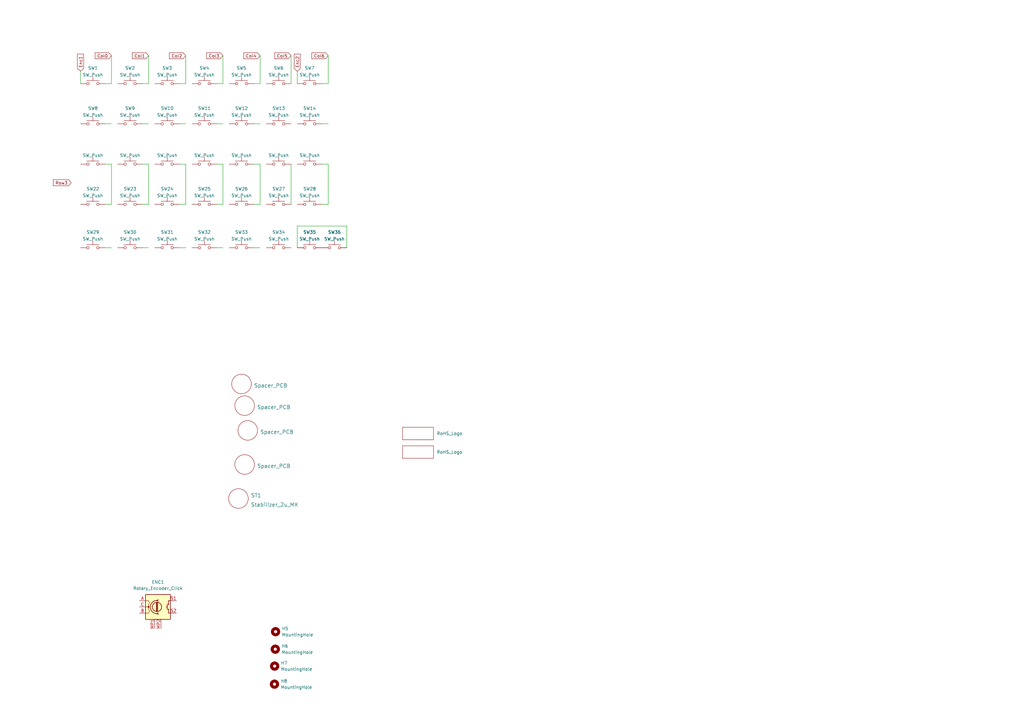
<source format=kicad_sch>
(kicad_sch (version 20250114) (generator "eeschema") (generator_version "9.0")
  (paper "A3")
  (title_block (title "RefleXion X65 - Encoder") (date "2025-06-16") (rev "v1.10") (company "Tweety's Wild Thinking") (comment 1 "Design: Markus Knutsson <markus.knutsson@tweety.se>") (comment 2 "Concept: Pedro Quaresma <pq@live.ie>") (comment 3 "https://github.com/TweetyDaBird") (comment 4 "Licensed under Creative Commons BY-SA 4.0 International"))
  (lib_symbols
    (symbol "Keyboard Switches:Rotary_Encoder_Click" (pin_names (offset 0.254) (hide yes))
      (property "Reference" "ENC" (at 0 6.604 0))
      (property "Value" "Rotary_Encoder_Click" (at 0 8.89 0))
      (symbol "Rotary_Encoder_Click_0_1"
        (rectangle (start -5.08 5.08) (end 5.08 -5.08) (stroke (width 0.254)) (fill (type background)))
        (polyline (pts (xy -5.08 2.54) (xy -3.81 2.54) (xy -3.81 2.032)))
        (polyline (pts (xy -5.08 0) (xy -3.81 0) (xy -3.81 -1.016) (xy -3.302 -2.032)))
        (polyline (pts (xy -5.08 -2.54) (xy -3.81 -2.54) (xy -3.81 -2.032)))
        (polyline (pts (xy -4.318 0) (xy -3.81 0) (xy -3.81 1.016) (xy -3.302 2.032)))
        (circle (center -3.81 0) (radius 0.254) (fill (type outline)))
        (polyline (pts (xy -0.635 -1.778) (xy -0.635 1.778)) (stroke (width 0.254)))
        (circle (center -0.381 0) (radius 1.905) (stroke (width 0.254)))
        (polyline (pts (xy -0.381 -1.778) (xy -0.381 1.778)) (stroke (width 0.254)))
        (arc (start -0.381 -2.794) (mid -3.0988 -0.0635) (end -0.381 2.667) (stroke (width 0.254)))
        (polyline (pts (xy -0.127 1.778) (xy -0.127 -1.778)) (stroke (width 0.254)))
        (polyline (pts (xy 0.254 2.921) (xy -0.508 2.667) (xy 0.127 2.286)) (stroke (width 0.254)))
        (polyline (pts (xy 0.254 -3.048) (xy -0.508 -2.794) (xy 0.127 -2.413)) (stroke (width 0.254)))
        (polyline (pts (xy 3.81 1.016) (xy 3.81 -1.016)) (stroke (width 0.254)))
        (polyline (pts (xy 3.81 0) (xy 3.429 0)) (stroke (width 0.254)))
        (circle (center 4.318 1.016) (radius 0.127) (stroke (width 0.254)))
        (circle (center 4.318 -1.016) (radius 0.127) (stroke (width 0.254)))
        (polyline (pts (xy 5.08 2.54) (xy 4.318 2.54) (xy 4.318 1.016)) (stroke (width 0.254)))
        (polyline (pts (xy 5.08 -2.54) (xy 4.318 -2.54) (xy 4.318 -1.016)) (stroke (width 0.254)))
      )
      (symbol "Rotary_Encoder_Click_1_1"
        (pin passive line (at -7.62 2.54 0) (length 2.54) (name "A") (number "A"))
        (pin passive line (at -7.62 0 0) (length 2.54) (name "C") (number "C"))
        (pin passive line (at -7.62 -2.54 0) (length 2.54) (name "B") (number "B"))
        (pin power_in line (at -1.27 -8.89 90) (length 3.7084) (name "GND") (number "MP1"))
        (pin power_in line (at 1.27 -8.89 90) (length 3.7592) (name "GND") (number "MP2"))
        (pin passive line (at 7.62 2.54 180) (length 2.54) (name "S1") (number "S1"))
        (pin passive line (at 7.62 -2.54 180) (length 2.54) (name "S2") (number "S2"))
      )
    )
    (symbol "Keyboard Switches:SW_MX_HotSwap_Reversible" (pin_numbers (hide yes)) (pin_names (offset 1.016) (hide yes))
      (property "Reference" "SW" (at 1.27 2.54 0))
      (property "Value" "SW_MX_HotSwap_Reversible" (at 0 -1.524 0))
      (symbol "SW_MX_HotSwap_Reversible_0_1"
        (circle (center -2.032 0) (radius 0.508))
        (polyline (pts (xy 0 1.27) (xy 0 3.048)))
        (circle (center 2.032 0) (radius 0.508))
        (polyline (pts (xy 2.54 1.27) (xy -2.54 1.27)))
        (pin passive line (at -5.08 0 0) (length 2.54) (name "1") (number "1"))
        (pin passive line (at 5.08 0 180) (length 2.54) (name "2") (number "2"))
      )
    )
    (symbol "Keyboard Switches:Stabilizer_2u_MX" (pin_names (offset 1.016))
      (property "Reference" "ST1" (at 0 -1.27 0))
      (property "Value" "Stabilizer_2u_MX" (at 0 1.27 0))
      (symbol "Stabilizer_2u_MX_0_1"
        (circle (center 0 0) (radius 4.0132))
      )
    )
    (symbol "Keyboard_Plate:Spacer_PCB" (pin_names (offset 1.016))
      (property "Value" "Spacer_PCB" (at 0 1.27 0))
      (symbol "Spacer_PCB_0_1"
        (circle (center 0 0) (radius 4.0132))
      )
    )
    (symbol "Logotypes:QMK_Logo" (pin_numbers (hide yes)) (pin_names (offset 0) (hide yes)) (exclude_from_sim yes) (in_bom no)
      (property "Value" "RoHS_Logo" (at 0.254 5.334 0))
      (symbol "QMK_Logo_0_1"
        (rectangle (start -6.35 3.81) (end 6.35 -1.27))
      )
    )
    (symbol "Mechanical:MountingHole" (pin_names (offset 1.016)) (exclude_from_sim yes) (in_bom no)
      (property "Reference" "H" (at 0 5.08 0))
      (property "Value" "MountingHole" (at 0 3.175 0))
      (symbol "MountingHole_0_1"
        (circle (center 0 0) (radius 1.27) (stroke (width 1.27)))
      )
    )
  )
  (wire (pts (xy 121.92 92.71) (xy 142.24 92.71)))
  (wire (pts (xy 132.08 34.29) (xy 134.62 34.29)))
  (wire (pts (xy 33.02 29.21) (xy 33.02 34.29)))
  (wire (pts (xy 45.72 22.86) (xy 45.72 34.29)))
  (wire (pts (xy 142.24 92.71) (xy 142.24 101.6)))
  (wire (pts (xy 76.2 67.31) (xy 76.2 83.82)))
  (wire (pts (xy 73.66 83.82) (xy 76.2 83.82)))
  (wire (pts (xy 73.66 34.29) (xy 76.2 34.29)))
  (wire (pts (xy 134.62 67.31) (xy 134.62 83.82)))
  (wire (pts (xy 58.42 83.82) (xy 60.96 83.82)))
  (wire (pts (xy 43.18 101.6) (xy 45.72 101.6)))
  (wire (pts (xy 58.42 50.8) (xy 60.96 50.8)))
  (wire (pts (xy 88.9 83.82) (xy 91.44 83.82)))
  (wire (pts (xy 106.68 22.86) (xy 106.68 34.29)))
  (wire (pts (xy 88.9 67.31) (xy 91.44 67.31)))
  (wire (pts (xy 43.18 83.82) (xy 45.72 83.82)))
  (wire (pts (xy 132.08 50.8) (xy 134.62 50.8)))
  (wire (pts (xy 119.38 22.86) (xy 119.38 34.29)))
  (wire (pts (xy 73.66 67.31) (xy 76.2 67.31)))
  (wire (pts (xy 119.38 67.31) (xy 119.38 83.82)))
  (wire (pts (xy 76.2 22.86) (xy 76.2 34.29)))
  (wire (pts (xy 73.66 50.8) (xy 76.2 50.8)))
  (wire (pts (xy 104.14 50.8) (xy 106.68 50.8)))
  (wire (pts (xy 88.9 50.8) (xy 91.44 50.8)))
  (wire (pts (xy 58.42 67.31) (xy 60.96 67.31)))
  (wire (pts (xy 88.9 34.29) (xy 91.44 34.29)))
  (wire (pts (xy 91.44 67.31) (xy 91.44 83.82)))
  (wire (pts (xy 104.14 83.82) (xy 106.68 83.82)))
  (wire (pts (xy 45.72 67.31) (xy 45.72 83.82)))
  (wire (pts (xy 132.08 67.31) (xy 134.62 67.31)))
  (wire (pts (xy 104.14 101.6) (xy 106.68 101.6)))
  (wire (pts (xy 104.14 67.31) (xy 106.68 67.31)))
  (wire (pts (xy 60.96 22.86) (xy 60.96 34.29)))
  (wire (pts (xy 76.2 101.6) (xy 73.66 101.6)))
  (wire (pts (xy 106.68 67.31) (xy 106.68 83.82)))
  (wire (pts (xy 60.96 67.31) (xy 60.96 83.82)))
  (wire (pts (xy 104.14 34.29) (xy 106.68 34.29)))
  (wire (pts (xy 43.18 67.31) (xy 45.72 67.31)))
  (wire (pts (xy 43.18 50.8) (xy 45.72 50.8)))
  (wire (pts (xy 132.08 83.82) (xy 134.62 83.82)))
  (wire (pts (xy 91.44 22.86) (xy 91.44 34.29)))
  (wire (pts (xy 58.42 101.6) (xy 60.96 101.6)))
  (wire (pts (xy 91.44 101.6) (xy 88.9 101.6)))
  (wire (pts (xy 121.92 29.21) (xy 121.92 34.29)))
  (wire (pts (xy 134.62 22.86) (xy 134.62 34.29)))
  (wire (pts (xy 121.92 101.6) (xy 121.92 92.71)))
  (wire (pts (xy 58.42 34.29) (xy 60.96 34.29)))
  (wire (pts (xy 43.18 34.29) (xy 45.72 34.29)))
  (global_label "Col4" (shape input) (at 106.68 22.86 180) (property "Intersheetrefs" "${INTERSHEET_REFS}" (effects (hide yes))))
  (global_label "Enc2" (shape input) (at 121.92 29.21 90) (property "Intersheetrefs" "${INTERSHEET_REFS}" (effects (hide yes))))
  (global_label "Enc1" (shape input) (at 33.02 29.21 90) (property "Intersheetrefs" "${INTERSHEET_REFS}" (effects (hide yes))))
  (global_label "Col3" (shape input) (at 91.44 22.86 180) (property "Intersheetrefs" "${INTERSHEET_REFS}" (effects (hide yes))))
  (global_label "Col6" (shape input) (at 134.62 22.86 180) (property "Intersheetrefs" "${INTERSHEET_REFS}" (effects (hide yes))))
  (global_label "Col2" (shape input) (at 76.2 22.86 180) (property "Intersheetrefs" "${INTERSHEET_REFS}" (effects (hide yes))))
  (global_label "Col5" (shape input) (at 119.38 22.86 180) (property "Intersheetrefs" "${INTERSHEET_REFS}" (effects (hide yes))))
  (global_label "Col0" (shape input) (at 45.72 22.86 180) (property "Intersheetrefs" "${INTERSHEET_REFS}" (effects (hide yes))))
  (global_label "Row3" (shape input) (at 29.21 74.93 180) (property "Intersheetrefs" "${INTERSHEET_REFS}" (effects (hide yes))))
  (global_label "Col1" (shape input) (at 60.96 22.86 180) (property "Intersheetrefs" "${INTERSHEET_REFS}" (effects (hide yes))))
  (symbol (lib_id "Keyboard Switches:SW_MX_HotSwap_Reversible") (at 83.82 83.82 0) (unit 1)
    (property "Reference" "SW25" (at 83.82 77.4405 0))
    (property "Value" "SW_Push" (at 83.82 80.2156 0))
    (property "Footprint" "Keyboard_Plate:SW_MX_Plate_Placeholder_nodrill_NOBORDER_13,9" (effects (hide yes)))
  )
  (symbol (lib_id "Keyboard Switches:SW_MX_HotSwap_Reversible") (at 53.34 67.31 0) (unit 1)
    (property "Reference" "SW16" (effects (hide yes)))
    (property "Value" "SW_Push" (at 53.34 63.7056 0))
    (property "Footprint" "Keyboard_Plate:SW_MX_Plate_Placeholder_nodrill_NOBORDER_13,9" (effects (hide yes)))
  )
  (symbol (lib_id "Logotypes:QMK_Logo") (at 171.45 179.07 0) (unit 1) (exclude_from_sim yes) (in_bom no)
    (property "Reference" "Logo1" (effects (hide yes)))
    (property "Value" "RoHS_Logo" (at 179.07 177.7999 0) (effects (justify left)))
    (property "Footprint" "Logotypes:X65" (effects (hide yes)))
  )
  (symbol (lib_id "Keyboard Switches:Stabilizer_2u_MX") (at 97.79 204.47 0) (unit 1)
    (property "Reference" "ST1" (at 102.87 203.2 0) (effects (font (size 1.524 1.524)) (justify left)))
    (property "Value" "Stabilizer_2u_MX" (at 102.87 207.01 0) (effects (font (size 1.524 1.524)) (justify left)))
    (property "Footprint" "Keyboard_Plate:Stabilizer_Cherry_MX_2.00u_PLate_1_2" (effects (hide yes)))
  )
  (symbol (lib_id "Keyboard Switches:SW_MX_HotSwap_Reversible") (at 68.58 83.82 0) (unit 1)
    (property "Reference" "SW24" (at 68.58 77.4405 0))
    (property "Value" "SW_Push" (at 68.58 80.2156 0))
    (property "Footprint" "Keyboard_Plate:SW_MX_Plate_Placeholder_nodrill_NOBORDER_13,9" (effects (hide yes)))
  )
  (symbol (lib_id "Keyboard Switches:SW_MX_HotSwap_Reversible") (at 127 83.82 0) (unit 1)
    (property "Reference" "SW28" (at 127 77.4405 0))
    (property "Value" "SW_Push" (at 127 80.2156 0))
    (property "Footprint" "Keyboard_Plate:SW_MX_Plate_Placeholder_nodrill_NOBORDER_13,9" (effects (hide yes)))
  )
  (symbol (lib_id "Keyboard Switches:SW_MX_HotSwap_Reversible") (at 114.3 67.31 0) (unit 1)
    (property "Reference" "SW20" (effects (hide yes)))
    (property "Value" "SW_Push" (at 114.3 63.7056 0))
    (property "Footprint" "Keyboard_Plate:SW_MX_Plate_Placeholder_nodrill_NOBORDER_13,9" (effects (hide yes)))
  )
  (symbol (lib_id "Mechanical:MountingHole") (at 112.9125 266.2636 0) (unit 1) (exclude_from_sim yes) (in_bom no)
    (property "Reference" "H6" (at 115.4525 264.9935 0) (effects (justify left)))
    (property "Value" "MountingHole" (at 115.4525 267.5335 0) (effects (justify left)))
    (property "Footprint" "MountingHole:MountingHole_3.2mm_M3" (effects (hide yes)))
    (property "Description" "Mounting Hole without connection" (effects (hide yes)))
  )
  (symbol (lib_id "Keyboard Switches:SW_MX_HotSwap_Reversible") (at 38.1 50.8 0) (mirror y) (unit 1)
    (property "Reference" "SW8" (at 38.1 44.4205 0))
    (property "Value" "SW_Push" (at 38.1 47.1956 0))
    (property "Footprint" "Keyboard_Plate:SW_MX_Plate_Placeholder_nodrill_NOBORDER_13,9" (effects (hide yes)))
  )
  (symbol (lib_id "Keyboard Switches:SW_MX_HotSwap_Reversible") (at 38.1 67.31 0) (mirror y) (unit 1)
    (property "Reference" "SW15" (effects (hide yes)))
    (property "Value" "SW_Push" (at 38.1 63.7056 0))
    (property "Footprint" "Keyboard_Plate:SW_MX_Plate_Placeholder_nodrill_NOBORDER_13,9" (effects (hide yes)))
  )
  (symbol (lib_id "Keyboard Switches:SW_MX_HotSwap_Reversible") (at 53.34 34.29 0) (unit 1)
    (property "Reference" "SW2" (at 53.34 27.9105 0))
    (property "Value" "SW_Push" (at 53.34 30.6856 0))
    (property "Footprint" "Keyboard_Plate:SW_MX_Plate_Placeholder_nodrill_NOBORDER_13,9" (effects (hide yes)))
  )
  (symbol (lib_id "Keyboard Switches:SW_MX_HotSwap_Reversible") (at 83.82 50.8 0) (unit 1)
    (property "Reference" "SW11" (at 83.82 44.4205 0))
    (property "Value" "SW_Push" (at 83.82 47.1956 0))
    (property "Footprint" "Keyboard_Plate:SW_MX_Plate_Placeholder_nodrill_NOBORDER_13,9" (effects (hide yes)))
  )
  (symbol (lib_id "Keyboard_Plate:Spacer_PCB") (at 100.33 190.5 0) (unit 1)
    (property "Reference" "H1" (effects (hide yes)))
    (property "Value" "Spacer_PCB" (at 105.41 191.135 0) (effects (font (size 1.524 1.524)) (justify left)))
    (property "Footprint" "Keyboard_Plate:Spacer Plate hole" (effects (hide yes)))
  )
  (symbol (lib_id "Mechanical:MountingHole") (at 112.5759 280.6026 0) (unit 1) (exclude_from_sim yes) (in_bom no)
    (property "Reference" "H8" (at 115.1159 279.3325 0) (effects (justify left)))
    (property "Value" "MountingHole" (at 115.1159 281.8725 0) (effects (justify left)))
    (property "Footprint" "MountingHole:MountingHole_3.2mm_M3" (effects (hide yes)))
    (property "Description" "Mounting Hole without connection" (effects (hide yes)))
  )
  (symbol (lib_id "Keyboard Switches:SW_MX_HotSwap_Reversible") (at 68.58 101.6 0) (unit 1)
    (property "Reference" "SW31" (at 68.58 95.2205 0))
    (property "Value" "SW_Push" (at 68.58 97.9956 0))
    (property "Footprint" "Keyboard_Plate:SW_MX_Plate_Placeholder_nodrill_NOBORDER_13,9" (effects (hide yes)))
  )
  (symbol (lib_id "Keyboard_Plate:Spacer_PCB") (at 99.06 157.48 0) (unit 1)
    (property "Reference" "H2" (effects (hide yes)))
    (property "Value" "Spacer_PCB" (at 104.14 158.115 0) (effects (font (size 1.524 1.524)) (justify left)))
    (property "Footprint" "Keyboard_Plate:Spacer Plate hole" (effects (hide yes)))
  )
  (symbol (lib_id "Keyboard Switches:SW_MX_HotSwap_Reversible") (at 53.34 101.6 0) (unit 1)
    (property "Reference" "SW30" (at 53.34 95.2205 0))
    (property "Value" "SW_Push" (at 53.34 97.9956 0))
    (property "Footprint" "Keyboard_Plate:SW_MX_Plate_Placeholder_nodrill_NOBORDER_13,9" (effects (hide yes)))
  )
  (symbol (lib_id "Keyboard Switches:SW_MX_HotSwap_Reversible") (at 99.06 50.8 0) (unit 1)
    (property "Reference" "SW12" (at 99.06 44.4205 0))
    (property "Value" "SW_Push" (at 99.06 47.1956 0))
    (property "Footprint" "Keyboard_Plate:SW_MX_Plate_Placeholder_nodrill_NOBORDER_13,9" (effects (hide yes)))
  )
  (symbol (lib_id "Keyboard Switches:SW_MX_HotSwap_Reversible") (at 83.82 101.6 0) (unit 1)
    (property "Reference" "SW32" (at 83.82 95.2205 0))
    (property "Value" "SW_Push" (at 83.82 97.9956 0))
    (property "Footprint" "Keyboard_Plate:SW_MX_Plate_Placeholder_nodrill_NOBORDER_13,9" (effects (hide yes)))
  )
  (symbol (lib_id "Mechanical:MountingHole") (at 112.6432 273.1975 0) (unit 1) (exclude_from_sim yes) (in_bom no)
    (property "Reference" "H7" (at 115.1832 271.9274 0) (effects (justify left)))
    (property "Value" "MountingHole" (at 115.1832 274.4674 0) (effects (justify left)))
    (property "Footprint" "MountingHole:MountingHole_3.2mm_M3" (effects (hide yes)))
    (property "Description" "Mounting Hole without connection" (effects (hide yes)))
  )
  (symbol (lib_id "Keyboard Switches:SW_MX_HotSwap_Reversible") (at 68.58 50.8 0) (unit 1)
    (property "Reference" "SW10" (at 68.58 44.4205 0))
    (property "Value" "SW_Push" (at 68.58 47.1956 0))
    (property "Footprint" "Keyboard_Plate:SW_MX_Plate_Placeholder_nodrill_NOBORDER_13,9" (effects (hide yes)))
  )
  (symbol (lib_id "Keyboard_Plate:Spacer_PCB") (at 100.33 166.37 0) (unit 1)
    (property "Reference" "H3" (effects (hide yes)))
    (property "Value" "Spacer_PCB" (at 105.41 167.005 0) (effects (font (size 1.524 1.524)) (justify left)))
    (property "Footprint" "Keyboard_Plate:Spacer Plate hole" (effects (hide yes)))
  )
  (symbol (lib_id "Keyboard Switches:SW_MX_HotSwap_Reversible") (at 114.3 83.82 0) (unit 1)
    (property "Reference" "SW27" (at 114.3 77.4405 0))
    (property "Value" "SW_Push" (at 114.3 80.2156 0))
    (property "Footprint" "Keyboard_Plate:SW_MX_Plate_Placeholder_nodrill_NOBORDER_13,9" (effects (hide yes)))
  )
  (symbol (lib_id "Keyboard Switches:SW_MX_HotSwap_Reversible") (at 83.82 34.29 0) (unit 1)
    (property "Reference" "SW4" (at 83.82 27.9105 0))
    (property "Value" "SW_Push" (at 83.82 30.6856 0))
    (property "Footprint" "Keyboard_Plate:SW_MX_Plate_Placeholder_nodrill_NOBORDER_13,9" (effects (hide yes)))
  )
  (symbol (lib_id "Keyboard Switches:SW_MX_HotSwap_Reversible") (at 99.06 67.31 0) (unit 1)
    (property "Reference" "SW19" (effects (hide yes)))
    (property "Value" "SW_Push" (at 99.06 63.7056 0))
    (property "Footprint" "Keyboard_Plate:SW_MX_Plate_Placeholder_nodrill_NOBORDER_13,9" (effects (hide yes)))
  )
  (symbol (lib_id "Keyboard Switches:Rotary_Encoder_Click") (at 64.77 248.92 0) (unit 1)
    (property "Reference" "ENC1" (at 64.77 238.76 0))
    (property "Value" "Rotary_Encoder_Click" (at 64.77 241.3 0))
    (property "Footprint" "Keyboard_Plate:Encoder_Plate_Placeholder_nodrill" (effects (hide yes)))
  )
  (symbol (lib_id "Keyboard Switches:SW_MX_HotSwap_Reversible") (at 127 34.29 0) (unit 1)
    (property "Reference" "SW7" (at 127 27.9105 0))
    (property "Value" "SW_Push" (at 127 30.6856 0))
    (property "Footprint" "Keyboard_Plate:SW_MX_Plate_Placeholder_nodrill_NOBORDER_13,9" (effects (hide yes)))
  )
  (symbol (lib_id "Keyboard Switches:SW_MX_HotSwap_Reversible") (at 114.3 50.8 0) (unit 1)
    (property "Reference" "SW13" (at 114.3 44.4205 0))
    (property "Value" "SW_Push" (at 114.3 47.1956 0))
    (property "Footprint" "Keyboard_Plate:SW_MX_Plate_Placeholder_nodrill_NOBORDER_13,9" (effects (hide yes)))
  )
  (symbol (lib_id "Keyboard Switches:SW_MX_HotSwap_Reversible") (at 53.34 83.82 0) (unit 1)
    (property "Reference" "SW23" (at 53.34 77.4405 0))
    (property "Value" "SW_Push" (at 53.34 80.2156 0))
    (property "Footprint" "Keyboard_Plate:SW_MX_Plate_Placeholder_nodrill_NOBORDER_13,9" (effects (hide yes)))
  )
  (symbol (lib_id "Keyboard Switches:SW_MX_HotSwap_Reversible") (at 53.34 50.8 0) (unit 1)
    (property "Reference" "SW9" (at 53.34 44.4205 0))
    (property "Value" "SW_Push" (at 53.34 47.1956 0))
    (property "Footprint" "Keyboard_Plate:SW_MX_Plate_Placeholder_nodrill_NOBORDER_13,9" (effects (hide yes)))
  )
  (symbol (lib_id "Keyboard Switches:SW_MX_HotSwap_Reversible") (at 137.16 101.6 0) (unit 1)
    (property "Reference" "SW36" (at 137.16 95.2205 0))
    (property "Value" "SW_Push" (at 137.16 97.9956 0))
    (property "Footprint" "Keyboard_Plate:SW_MX_Plate_Placeholder_nodrill_NOBORDER_13,9" (effects (hide yes)))
  )
  (symbol (lib_id "Keyboard Switches:SW_MX_HotSwap_Reversible") (at 83.82 67.31 0) (unit 1)
    (property "Reference" "SW18" (effects (hide yes)))
    (property "Value" "SW_Push" (at 83.82 63.7056 0))
    (property "Footprint" "Keyboard_Plate:SW_MX_Plate_Placeholder_nodrill_NOBORDER_13,9" (effects (hide yes)))
  )
  (symbol (lib_id "Keyboard Switches:SW_MX_HotSwap_Reversible") (at 99.06 101.6 0) (unit 1)
    (property "Reference" "SW33" (at 99.06 95.2205 0))
    (property "Value" "SW_Push" (at 99.06 97.9956 0))
    (property "Footprint" "Keyboard_Plate:SW_MX_Plate_Placeholder_nodrill_NOBORDER_13,9" (effects (hide yes)))
  )
  (symbol (lib_id "Mechanical:MountingHole") (at 113.03 259.08 0) (unit 1) (exclude_from_sim yes) (in_bom no)
    (property "Reference" "H5" (at 115.57 257.8099 0) (effects (justify left)))
    (property "Value" "MountingHole" (at 115.57 260.3499 0) (effects (justify left)))
    (property "Footprint" "MountingHole:MountingHole_3.2mm_M3" (effects (hide yes)))
    (property "Description" "Mounting Hole without connection" (effects (hide yes)))
  )
  (symbol (lib_id "Keyboard_Plate:Spacer_PCB") (at 101.6 176.53 0) (unit 1)
    (property "Reference" "H4" (effects (hide yes)))
    (property "Value" "Spacer_PCB" (at 106.68 177.165 0) (effects (font (size 1.524 1.524)) (justify left)))
    (property "Footprint" "Keyboard_Plate:Spacer Plate hole" (effects (hide yes)))
  )
  (symbol (lib_id "Keyboard Switches:SW_MX_HotSwap_Reversible") (at 38.1 101.6 0) (mirror y) (unit 1)
    (property "Reference" "SW29" (at 38.1 95.2205 0))
    (property "Value" "SW_Push" (at 38.1 97.9956 0))
    (property "Footprint" "Keyboard_Plate:SW_MX_Plate_Placeholder_nodrill_NOBORDER_13,9" (effects (hide yes)))
  )
  (symbol (lib_id "Keyboard Switches:SW_MX_HotSwap_Reversible") (at 68.58 67.31 0) (unit 1)
    (property "Reference" "SW17" (effects (hide yes)))
    (property "Value" "SW_Push" (at 68.58 63.7056 0))
    (property "Footprint" "Keyboard_Plate:SW_MX_Plate_Placeholder_nodrill_NOBORDER_13,9" (effects (hide yes)))
  )
  (symbol (lib_id "Keyboard Switches:SW_MX_HotSwap_Reversible") (at 99.06 34.29 0) (unit 1)
    (property "Reference" "SW5" (at 99.06 27.9105 0))
    (property "Value" "SW_Push" (at 99.06 30.6856 0))
    (property "Footprint" "Keyboard_Plate:SW_MX_Plate_Placeholder_nodrill_NOBORDER_13,9" (effects (hide yes)))
  )
  (symbol (lib_id "Keyboard Switches:SW_MX_HotSwap_Reversible") (at 68.58 34.29 0) (unit 1)
    (property "Reference" "SW3" (at 68.58 27.9105 0))
    (property "Value" "SW_Push" (at 68.58 30.6856 0))
    (property "Footprint" "Keyboard_Plate:SW_MX_Plate_Placeholder_nodrill_NOBORDER_13,9" (effects (hide yes)))
  )
  (symbol (lib_id "Keyboard Switches:SW_MX_HotSwap_Reversible") (at 38.1 34.29 0) (mirror y) (unit 1)
    (property "Reference" "SW1" (at 38.1 27.9105 0))
    (property "Value" "SW_Push" (at 38.1 30.6856 0))
    (property "Footprint" "Keyboard_Plate:SW_MX_Plate_Placeholder_nodrill_NOBORDER_13,9" (effects (hide yes)))
  )
  (symbol (lib_id "Keyboard Switches:SW_MX_HotSwap_Reversible") (at 114.3 34.29 0) (unit 1)
    (property "Reference" "SW6" (at 114.3 27.9105 0))
    (property "Value" "SW_Push" (at 114.3 30.6856 0))
    (property "Footprint" "Keyboard_Plate:SW_MX_Plate_Placeholder_nodrill_NOBORDER_13,9" (effects (hide yes)))
  )
  (symbol (lib_id "Logotypes:QMK_Logo") (at 171.45 186.69 0) (unit 1) (exclude_from_sim yes) (in_bom no)
    (property "Reference" "Logo2" (effects (hide yes)))
    (property "Value" "RoHS_Logo" (at 179.07 185.4199 0) (effects (justify left)))
    (property "Footprint" "Logotypes:RefleXion 652" (effects (hide yes)))
  )
  (symbol (lib_id "Keyboard Switches:SW_MX_HotSwap_Reversible") (at 127 101.6 0) (unit 1)
    (property "Reference" "SW35" (at 127 95.2205 0))
    (property "Value" "SW_Push" (at 127 97.9956 0))
    (property "Footprint" "Keyboard_Plate:SW_MX_Plate_Placeholder_nodrill_NOBORDER_13,9" (effects (hide yes)))
  )
  (symbol (lib_id "Keyboard Switches:SW_MX_HotSwap_Reversible") (at 114.3 101.6 0) (unit 1)
    (property "Reference" "SW34" (at 114.3 95.2205 0))
    (property "Value" "SW_Push" (at 114.3 97.9956 0))
    (property "Footprint" "Keyboard_Plate:SW_MX_Plate_Placeholder_nodrill_NOBORDER_13,9" (effects (hide yes)))
  )
  (symbol (lib_id "Keyboard Switches:SW_MX_HotSwap_Reversible") (at 127 50.8 0) (unit 1)
    (property "Reference" "SW14" (at 127 44.4205 0))
    (property "Value" "SW_Push" (at 127 47.1956 0))
    (property "Footprint" "Keyboard_Plate:SW_MX_Plate_Placeholder_nodrill_NOBORDER_13,9" (effects (hide yes)))
  )
  (symbol (lib_id "Keyboard Switches:SW_MX_HotSwap_Reversible") (at 99.06 83.82 0) (unit 1)
    (property "Reference" "SW26" (at 99.06 77.4405 0))
    (property "Value" "SW_Push" (at 99.06 80.2156 0))
    (property "Footprint" "Keyboard_Plate:SW_MX_Plate_Placeholder_nodrill_NOBORDER_13,9" (effects (hide yes)))
  )
  (symbol (lib_id "Keyboard Switches:SW_MX_HotSwap_Reversible") (at 38.1 83.82 0) (mirror y) (unit 1)
    (property "Reference" "SW22" (at 38.1 77.4405 0))
    (property "Value" "SW_Push" (at 38.1 80.2156 0))
    (property "Footprint" "Keyboard_Plate:SW_MX_Plate_Placeholder_nodrill_NOBORDER_13,9" (effects (hide yes)))
  )
  (symbol (lib_id "Keyboard Switches:SW_MX_HotSwap_Reversible") (at 127 67.31 0) (unit 1)
    (property "Reference" "SW21" (effects (hide yes)))
    (property "Value" "SW_Push" (at 127 63.7056 0))
    (property "Footprint" "Keyboard_Plate:SW_MX_Plate_Placeholder_nodrill_NOBORDER_13,9" (effects (hide yes)))
  )
)
</source>
